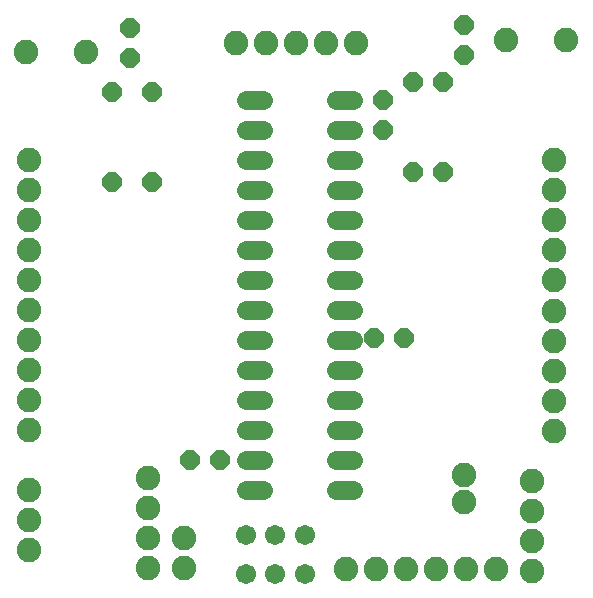
<source format=gbr>
G04 EAGLE Gerber RS-274X export*
G75*
%MOMM*%
%FSLAX34Y34*%
%LPD*%
%INSoldermask Top*%
%IPPOS*%
%AMOC8*
5,1,8,0,0,1.08239X$1,22.5*%
G01*
%ADD10P,1.759533X8X292.500000*%
%ADD11P,1.759533X8X22.500000*%
%ADD12P,1.759533X8X112.500000*%
%ADD13C,1.625600*%
%ADD14C,2.082800*%
%ADD15C,1.712800*%


D10*
X325120Y419100D03*
X325120Y393700D03*
D11*
X317500Y217170D03*
X342900Y217170D03*
X161290Y114300D03*
X186690Y114300D03*
D10*
X393700Y482600D03*
X393700Y457200D03*
X110490Y480060D03*
X110490Y454660D03*
D12*
X350520Y358140D03*
X350520Y434340D03*
X129540Y349250D03*
X129540Y425450D03*
D10*
X375920Y434340D03*
X375920Y358140D03*
X95250Y425450D03*
X95250Y349250D03*
D13*
X208788Y419100D02*
X223012Y419100D01*
X223012Y393700D02*
X208788Y393700D01*
X208788Y368300D02*
X223012Y368300D01*
X223012Y342900D02*
X208788Y342900D01*
X208788Y317500D02*
X223012Y317500D01*
X223012Y292100D02*
X208788Y292100D01*
X208788Y266700D02*
X223012Y266700D01*
X223012Y241300D02*
X208788Y241300D01*
X208788Y215900D02*
X223012Y215900D01*
X223012Y190500D02*
X208788Y190500D01*
X208788Y165100D02*
X223012Y165100D01*
X223012Y139700D02*
X208788Y139700D01*
X208788Y114300D02*
X223012Y114300D01*
X223012Y88900D02*
X208788Y88900D01*
X284988Y88900D02*
X299212Y88900D01*
X299212Y114300D02*
X284988Y114300D01*
X284988Y139700D02*
X299212Y139700D01*
X299212Y165100D02*
X284988Y165100D01*
X284988Y190500D02*
X299212Y190500D01*
X299212Y215900D02*
X284988Y215900D01*
X284988Y241300D02*
X299212Y241300D01*
X299212Y266700D02*
X284988Y266700D01*
X284988Y292100D02*
X299212Y292100D01*
X299212Y317500D02*
X284988Y317500D01*
X284988Y342900D02*
X299212Y342900D01*
X299212Y368300D02*
X284988Y368300D01*
X284988Y393700D02*
X299212Y393700D01*
X299212Y419100D02*
X284988Y419100D01*
D14*
X393700Y101600D03*
X393700Y78740D03*
X469900Y266700D03*
X469900Y292100D03*
X469900Y317500D03*
X469900Y342900D03*
X469900Y368300D03*
X469900Y138430D03*
X469900Y163830D03*
X469900Y189230D03*
X469900Y214630D03*
X469900Y240030D03*
X25400Y139700D03*
X25400Y165100D03*
X25400Y190500D03*
X25400Y215900D03*
X25400Y241300D03*
X25400Y266700D03*
X25400Y292100D03*
X25400Y317500D03*
X25400Y342900D03*
X25400Y368300D03*
X25400Y88900D03*
X25400Y63500D03*
X25400Y38100D03*
X156210Y22860D03*
X156210Y48260D03*
D15*
X208680Y50790D03*
X233680Y50790D03*
X258680Y50790D03*
X258680Y17790D03*
X233680Y17790D03*
X208680Y17790D03*
D14*
X125730Y22860D03*
X125730Y48260D03*
X125730Y73660D03*
X125730Y99060D03*
X420370Y21590D03*
X394970Y21590D03*
X369570Y21590D03*
X344170Y21590D03*
X318770Y21590D03*
X293370Y21590D03*
X200660Y467360D03*
X226060Y467360D03*
X251460Y467360D03*
X276860Y467360D03*
X302260Y467360D03*
X450850Y20320D03*
X450850Y45720D03*
X450850Y71120D03*
X450850Y96520D03*
X480060Y469900D03*
X429260Y469900D03*
X22860Y459740D03*
X73660Y459740D03*
M02*

</source>
